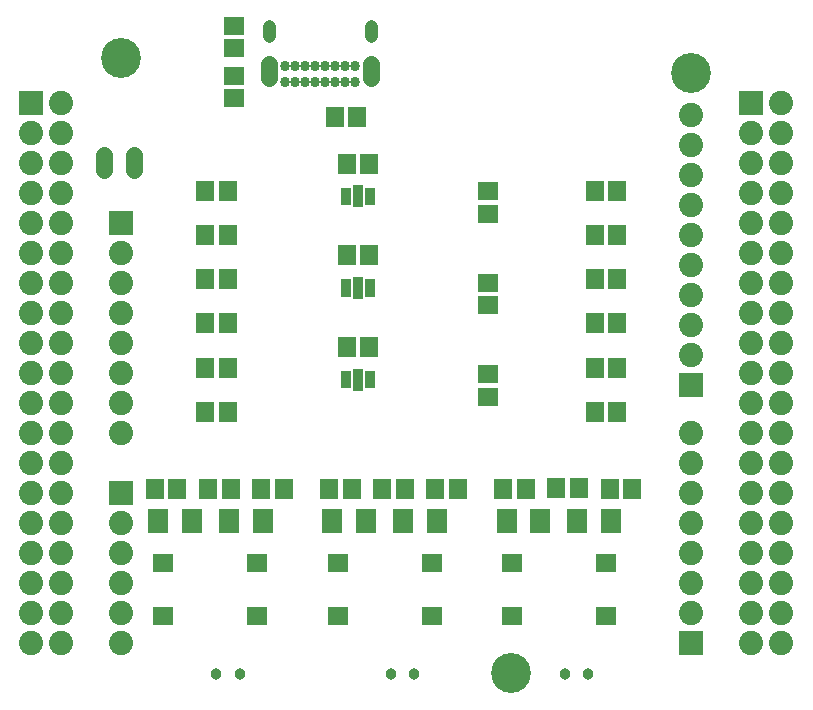
<source format=gts>
G04 EAGLE Gerber RS-274X export*
G75*
%MOMM*%
%FSLAX34Y34*%
%LPD*%
%INSoldermask Top*%
%IPPOS*%
%AMOC8*
5,1,8,0,0,1.08239X$1,22.5*%
G01*
%ADD10R,1.503200X1.703200*%
%ADD11C,0.963200*%
%ADD12R,1.703200X1.503200*%
%ADD13C,1.479200*%
%ADD14R,1.803200X2.006200*%
%ADD15R,2.053200X2.053200*%
%ADD16C,2.053200*%
%ADD17C,3.378200*%
%ADD18C,0.863200*%
%ADD19C,1.403200*%
%ADD20C,1.063200*%
%ADD21R,1.753200X1.503200*%
%ADD22R,0.863900X0.523200*%
%ADD23R,0.853200X1.853200*%


D10*
X300500Y380000D03*
X319500Y380000D03*
D11*
X337500Y26000D03*
X357500Y26000D03*
D12*
X205000Y555500D03*
X205000Y574500D03*
D10*
X300500Y457500D03*
X319500Y457500D03*
X300500Y302500D03*
X319500Y302500D03*
D12*
X420000Y279500D03*
X420000Y260500D03*
X420000Y357000D03*
X420000Y338000D03*
X420000Y434500D03*
X420000Y415500D03*
D11*
X190000Y26000D03*
X210000Y26000D03*
X485000Y26000D03*
X505000Y26000D03*
D13*
X120700Y452620D02*
X120700Y465380D01*
X95300Y465380D02*
X95300Y452620D01*
D14*
X140780Y155000D03*
X169220Y155000D03*
X288280Y155000D03*
X316720Y155000D03*
X435780Y155000D03*
X464220Y155000D03*
X229220Y155000D03*
X200780Y155000D03*
X376720Y155000D03*
X348280Y155000D03*
X524220Y155000D03*
X495780Y155000D03*
D15*
X109700Y178800D03*
D16*
X109700Y153400D03*
X109700Y128000D03*
X109700Y102600D03*
X109700Y77200D03*
X109700Y51800D03*
D15*
X109700Y407400D03*
D16*
X109700Y382000D03*
X109700Y356600D03*
X109700Y331200D03*
X109700Y305800D03*
X109700Y280400D03*
X109700Y255000D03*
X109700Y229600D03*
D15*
X33500Y509000D03*
D16*
X58900Y509000D03*
X33500Y483600D03*
X58900Y483600D03*
X33500Y458200D03*
X58900Y458200D03*
X33500Y432800D03*
X58900Y432800D03*
X33500Y407400D03*
X58900Y407400D03*
X33500Y382000D03*
X58900Y382000D03*
X33500Y356600D03*
X58900Y356600D03*
X33500Y331200D03*
X58900Y331200D03*
X33500Y305800D03*
X58900Y305800D03*
X33500Y280400D03*
X58900Y280400D03*
X33500Y255000D03*
X58900Y255000D03*
X33500Y229600D03*
X58900Y229600D03*
X33500Y204200D03*
X58900Y204200D03*
X33500Y178800D03*
X58900Y178800D03*
X33500Y153400D03*
X58900Y153400D03*
X33500Y128000D03*
X58900Y128000D03*
X33500Y102600D03*
X58900Y102600D03*
X33500Y77200D03*
X58900Y77200D03*
X33500Y51800D03*
X58900Y51800D03*
D15*
X592300Y270240D03*
D16*
X592300Y295640D03*
X592300Y321040D03*
X592300Y346440D03*
X592300Y371840D03*
X592300Y397240D03*
X592300Y422640D03*
X592300Y448040D03*
X592300Y473440D03*
X592300Y498840D03*
X592300Y102600D03*
X592300Y128000D03*
X592300Y153400D03*
X592300Y178800D03*
X592300Y204200D03*
X592300Y229600D03*
D15*
X592300Y51800D03*
D16*
X592300Y77200D03*
D15*
X643100Y508750D03*
D16*
X668500Y508750D03*
X643100Y483350D03*
X668500Y483350D03*
X643100Y457950D03*
X668500Y457950D03*
X643100Y432550D03*
X668500Y432550D03*
X643100Y407150D03*
X668500Y407150D03*
X643100Y381750D03*
X668500Y381750D03*
X643100Y356350D03*
X668500Y356350D03*
X643100Y330950D03*
X668500Y330950D03*
X643100Y305550D03*
X668500Y305550D03*
X643100Y280150D03*
X668500Y280150D03*
X643100Y254750D03*
X668500Y254750D03*
X643100Y229350D03*
X668500Y229350D03*
X643100Y203950D03*
X668500Y203950D03*
X643100Y178550D03*
X668500Y178550D03*
X643100Y153150D03*
X668500Y153150D03*
X643100Y127750D03*
X668500Y127750D03*
X643100Y102350D03*
X668500Y102350D03*
X643100Y76950D03*
X668500Y76950D03*
X643100Y51550D03*
X668500Y51550D03*
D17*
X592300Y534400D03*
X109700Y547100D03*
X439900Y26400D03*
D12*
X205000Y513000D03*
X205000Y532000D03*
D10*
X510500Y247500D03*
X529500Y247500D03*
X510500Y360000D03*
X529500Y360000D03*
X510500Y322500D03*
X529500Y322500D03*
X510500Y435000D03*
X529500Y435000D03*
X510500Y397500D03*
X529500Y397500D03*
X349500Y182500D03*
X330500Y182500D03*
X452000Y182500D03*
X433000Y182500D03*
X497000Y183000D03*
X478000Y183000D03*
X228000Y182500D03*
X247000Y182500D03*
X375500Y182500D03*
X394500Y182500D03*
X309500Y497500D03*
X290500Y497500D03*
X523000Y182500D03*
X542000Y182500D03*
X199500Y285000D03*
X180500Y285000D03*
X199500Y360000D03*
X180500Y360000D03*
X199500Y435000D03*
X180500Y435000D03*
X180500Y247500D03*
X199500Y247500D03*
X180500Y322500D03*
X199500Y322500D03*
X180500Y397500D03*
X199500Y397500D03*
X157000Y182500D03*
X138000Y182500D03*
X202000Y182500D03*
X183000Y182500D03*
X304500Y182500D03*
X285500Y182500D03*
X510500Y285000D03*
X529500Y285000D03*
D18*
X307250Y526750D03*
X298750Y526750D03*
X290250Y526750D03*
X281750Y526750D03*
X273250Y526750D03*
X264750Y526750D03*
X256250Y526750D03*
X247750Y526750D03*
X307250Y540250D03*
X298750Y540250D03*
X290250Y540250D03*
X281750Y540250D03*
X273250Y540250D03*
X264750Y540250D03*
X256250Y540250D03*
X247750Y540250D03*
D19*
X320750Y542550D02*
X320750Y530550D01*
X234250Y530550D02*
X234250Y542550D01*
D20*
X320750Y566050D02*
X320750Y574650D01*
X234250Y574650D02*
X234250Y566050D01*
D21*
X145250Y120000D03*
X145250Y75000D03*
X224750Y120000D03*
X224750Y75000D03*
X292750Y120000D03*
X292750Y75000D03*
X372250Y120000D03*
X372250Y75000D03*
X440250Y120000D03*
X440250Y75000D03*
X519750Y120000D03*
X519750Y75000D03*
D22*
X320256Y270000D03*
X320256Y275000D03*
X320256Y280000D03*
X299744Y280000D03*
X299744Y275000D03*
X299744Y270000D03*
D23*
X310000Y275000D03*
D22*
X320256Y347500D03*
X320256Y352500D03*
X320256Y357500D03*
X299744Y357500D03*
X299744Y352500D03*
X299744Y347500D03*
D23*
X310000Y352500D03*
D22*
X320256Y425000D03*
X320256Y430000D03*
X320256Y435000D03*
X299744Y435000D03*
X299744Y430000D03*
X299744Y425000D03*
D23*
X310000Y430000D03*
M02*

</source>
